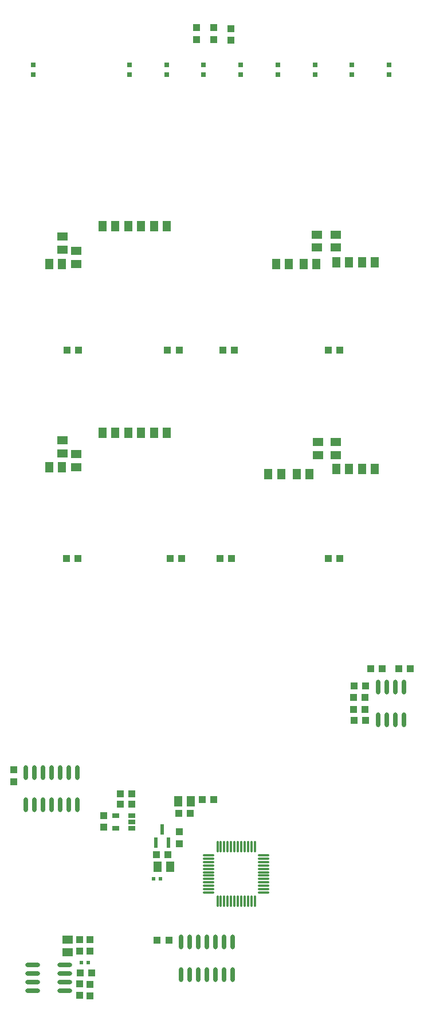
<source format=gtp>
%FSDAX24Y24*%
%MOIN*%
%SFA1B1*%

%IPPOS*%
%ADD10R,0.039400X0.043300*%
%ADD11O,0.023600X0.086600*%
%ADD12R,0.043300X0.039400*%
%ADD13R,0.051200X0.059100*%
%ADD14R,0.059100X0.051200*%
%ADD15R,0.031500X0.031500*%
%ADD16R,0.023600X0.019700*%
%ADD17O,0.070900X0.011800*%
%ADD18O,0.011800X0.070900*%
%ADD19R,0.043300X0.025600*%
%ADD20R,0.023600X0.059100*%
%ADD21O,0.086600X0.023600*%
%LNde-120824-1*%
%LPD*%
G54D10*
X022400Y076235D03*
Y075565D03*
X023400Y076235D03*
Y075565D03*
X024400Y076185D03*
Y075515D03*
X011750Y033135D03*
Y032465D03*
X017000Y029815D03*
Y030485D03*
X015600Y023285D03*
Y022615D03*
X016200Y023285D03*
Y022615D03*
X015600Y020050D03*
Y020719D03*
X016200Y020015D03*
Y020685D03*
X032200Y036665D03*
Y037335D03*
X031546D03*
Y036665D03*
X021400Y029535D03*
Y028865D03*
G54D11*
X021500Y021255D03*
X022000D03*
X022500D03*
X023000D03*
X023500D03*
X024000D03*
X024500D03*
X021500Y023145D03*
X022000D03*
X022500D03*
X023000D03*
X023500D03*
X024000D03*
X024500D03*
X034450Y037945D03*
X033950D03*
X033450D03*
X032950D03*
X034450Y036055D03*
X033950D03*
X033450D03*
X032950D03*
X012450Y031105D03*
X012950D03*
X013450D03*
X013950D03*
X014450D03*
X014950D03*
X015450D03*
X012450Y032995D03*
X012950D03*
X013450D03*
X013950D03*
X014450D03*
X014950D03*
X015450D03*
G54D12*
X020785Y023250D03*
X020115D03*
X023400Y031400D03*
X022731D03*
X021365Y030600D03*
X022035D03*
X020065Y028200D03*
X020735D03*
X032235Y038000D03*
X031565D03*
X034165Y039000D03*
X034835D03*
X033200D03*
X032531D03*
X032235Y036000D03*
X031565D03*
X017965Y031750D03*
X018635D03*
X017965Y031150D03*
X018635D03*
X015631Y021350D03*
X016300D03*
X014865Y057500D03*
X015535D03*
X014831Y045400D03*
X015500D03*
X020715Y057500D03*
X021385D03*
X020865Y045400D03*
X021535D03*
X024600Y057500D03*
X023931D03*
X024435Y045400D03*
X023765D03*
X030735Y057500D03*
X030065D03*
X030735Y045400D03*
X030065D03*
G54D13*
X021326Y031300D03*
X022074D03*
X020126Y027500D03*
X020874D03*
X013826Y062500D03*
X014574D03*
X013826Y050700D03*
X014574D03*
X016926Y064700D03*
X017674D03*
X018426D03*
X019174D03*
X019926D03*
X020674D03*
X016926Y052700D03*
X017674D03*
X018426D03*
X019174D03*
X019926D03*
X020674D03*
X027026Y062500D03*
X027774D03*
X028626D03*
X029374D03*
X026576Y050300D03*
X027324D03*
X028226D03*
X028974D03*
X032774Y062600D03*
X032026D03*
X031274D03*
X030526D03*
X032774Y050600D03*
X032026D03*
X031274D03*
X030526D03*
G54D14*
X014900Y023298D03*
Y022550D03*
X015400Y062526D03*
Y063274D03*
X014600Y063352D03*
Y064100D03*
X015400Y050726D03*
Y051474D03*
X014600Y051526D03*
Y052274D03*
X029400Y063476D03*
Y064224D03*
X029450Y051426D03*
Y052174D03*
X030500Y063476D03*
Y064224D03*
Y051426D03*
Y052174D03*
G54D15*
X018500Y073505D03*
Y074095D03*
X020657Y073505D03*
Y074095D03*
X022814Y073505D03*
Y074095D03*
X024971Y073505D03*
Y074095D03*
X027129Y073505D03*
Y074095D03*
X029286Y073505D03*
Y074095D03*
X031443Y073505D03*
Y074095D03*
X033600Y073505D03*
Y074095D03*
X012900Y073505D03*
Y074095D03*
G54D16*
X019903Y026800D03*
X020297D03*
X015703Y021950D03*
X016097D03*
G54D17*
X026294Y026017D03*
Y026214D03*
Y026411D03*
Y026608D03*
Y026805D03*
Y027002D03*
Y027198D03*
Y027395D03*
Y027592D03*
Y027789D03*
Y027986D03*
Y028183D03*
X023106D03*
Y027986D03*
Y027789D03*
Y027592D03*
Y027395D03*
Y027198D03*
Y027002D03*
Y026805D03*
Y026608D03*
Y026411D03*
Y026214D03*
Y026017D03*
G54D18*
X025783Y028694D03*
X025586D03*
X025389D03*
X025192D03*
X024995D03*
X024798D03*
X024602D03*
X024405D03*
X024208D03*
X024011D03*
X023814D03*
X023617D03*
Y025506D03*
X023814D03*
X024011D03*
X024208D03*
X024405D03*
X024602D03*
X024798D03*
X024995D03*
X025192D03*
X025389D03*
X025586D03*
X025783D03*
G54D19*
X017700Y029750D03*
Y030498D03*
X018645D03*
Y030124D03*
Y029750D03*
G54D20*
X020400Y029674D03*
X020774Y028926D03*
X020026D03*
G54D21*
X012855Y021800D03*
Y021300D03*
Y020800D03*
Y020300D03*
X014745Y021800D03*
Y021300D03*
Y020800D03*
Y020300D03*
M02*
</source>
